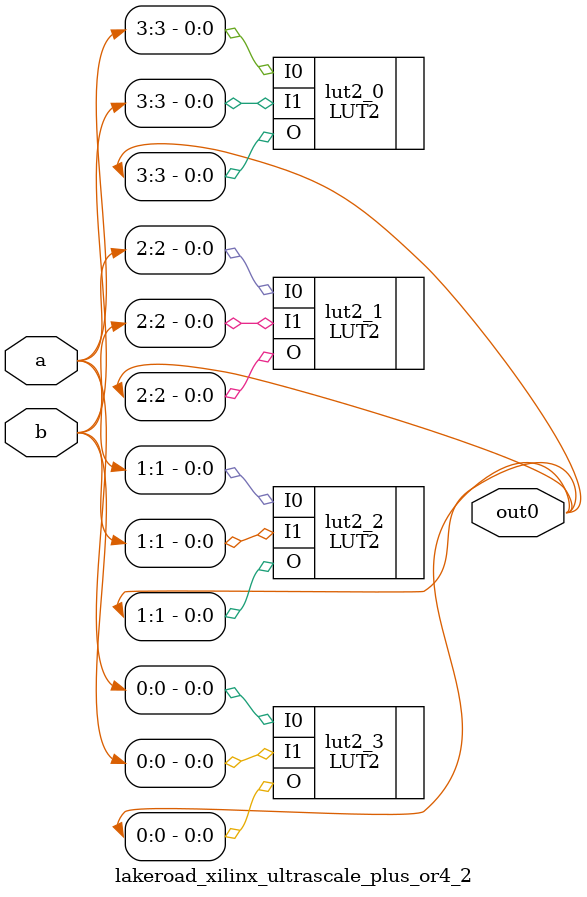
<source format=v>

/* Generated by Yosys 0.19 (git sha1 a45c131b37c, clang 13.1.6 -fPIC -Os) */

module lakeroad_xilinx_ultrascale_plus_or4_2(a, b, out0);
  input [3:0] a;
  wire [3:0] a;
  input [3:0] b;
  wire [3:0] b;
  output [3:0] out0;
  wire [3:0] out0;
  LUT2 #(
    .INIT(4'he)
  ) lut2_0 (
    .I0(a[3]),
    .I1(b[3]),
    .O(out0[3])
  );
  LUT2 #(
    .INIT(4'he)
  ) lut2_1 (
    .I0(a[2]),
    .I1(b[2]),
    .O(out0[2])
  );
  LUT2 #(
    .INIT(4'he)
  ) lut2_2 (
    .I0(a[1]),
    .I1(b[1]),
    .O(out0[1])
  );
  LUT2 #(
    .INIT(4'he)
  ) lut2_3 (
    .I0(a[0]),
    .I1(b[0]),
    .O(out0[0])
  );
endmodule


</source>
